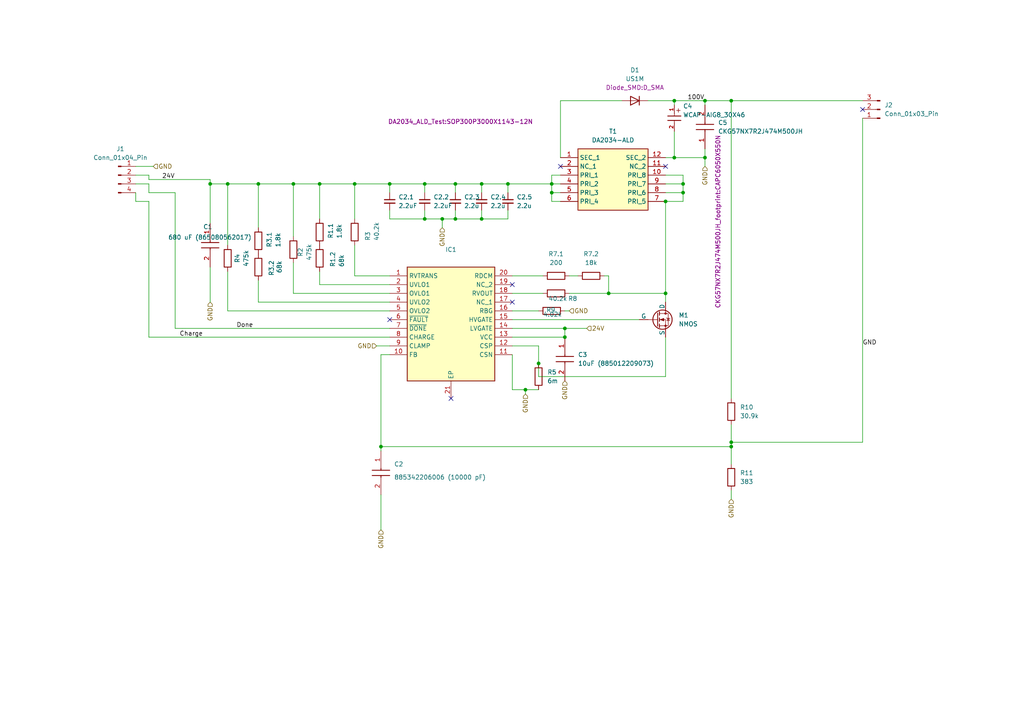
<source format=kicad_sch>
(kicad_sch (version 20231120) (generator "eeschema") (generator_version "8.0")
  (paper "A4")
  (lib_symbols
    (symbol "861011485017:WCAP-AIG8_30X46" (pin_names (offset 1.016))
      (property "Reference" "C" (at 1.175 3.38 0))
      (property "Value" "WCAP-AIG8_30X46" (at 0.915 -5.075 0))
      (symbol "WCAP-AIG8_30X46_0_0"
        (polyline (pts (xy 0 0) (xy 0.6426 0)) (stroke (width 0.1524)))
        (polyline (pts (xy 0.635 -1.905) (xy 0.635 1.905)) (stroke (width 0.254)))
        (polyline (pts (xy 1.905 1.905) (xy 1.905 -1.905)) (stroke (width 0.254)))
        (polyline (pts (xy 1.9279 0) (xy 2.5705 0)) (stroke (width 0.1524)))
        (text "+" (at 2.54 -1.905 0) (effects (font (size 1.4224 1.4224)) (justify left bottom)))
        (pin passive line (at 5.08 0 180) (length 2.54) (name "~") (number "1"))
        (pin passive line (at -2.54 0 0) (length 2.54) (name "~") (number "2"))
      )
    )
    (symbol "865080562017:865080562017" (pin_names hide)
      (property "Reference" "C" (at 8.89 6.35 0))
      (property "Value" "865080562017" (at 8.89 3.81 0))
      (symbol "865080562017_1_1"
        (polyline (pts (xy 5.08 0) (xy 5.588 0)) (stroke (width 0.254)))
        (polyline (pts (xy 5.588 2.54) (xy 5.588 -2.54)) (stroke (width 0.254)))
        (polyline (pts (xy 7.112 0) (xy 7.62 0)) (stroke (width 0.254)))
        (polyline (pts (xy 7.112 2.54) (xy 7.112 -2.54)) (stroke (width 0.254)))
        (pin passive line (at 0 0 0) (length 5.08) (name "+") (number "1"))
        (pin passive line (at 12.7 0 180) (length 5.08) (name "-") (number "2"))
      )
    )
    (symbol "885012209073:885012209073" (pin_names hide)
      (property "Reference" "C" (at 8.89 6.35 0))
      (property "Value" "885012209073" (at 8.89 3.81 0))
      (symbol "885012209073_1_1"
        (polyline (pts (xy 5.08 0) (xy 5.588 0)) (stroke (width 0.254)))
        (polyline (pts (xy 5.588 2.54) (xy 5.588 -2.54)) (stroke (width 0.254)))
        (polyline (pts (xy 7.112 0) (xy 7.62 0)) (stroke (width 0.254)))
        (polyline (pts (xy 7.112 2.54) (xy 7.112 -2.54)) (stroke (width 0.254)))
        (pin passive line (at 0 0 0) (length 5.08) (name "1") (number "1"))
        (pin passive line (at 12.7 0 180) (length 5.08) (name "2") (number "2"))
      )
    )
    (symbol "885342206006:885342206006" (pin_names hide)
      (property "Reference" "C" (at 8.89 6.35 0))
      (property "Value" "885342206006" (at 8.89 3.81 0))
      (symbol "885342206006_1_1"
        (polyline (pts (xy 5.08 0) (xy 5.588 0)) (stroke (width 0.254)))
        (polyline (pts (xy 5.588 2.54) (xy 5.588 -2.54)) (stroke (width 0.254)))
        (polyline (pts (xy 7.112 0) (xy 7.62 0)) (stroke (width 0.254)))
        (polyline (pts (xy 7.112 2.54) (xy 7.112 -2.54)) (stroke (width 0.254)))
        (pin passive line (at 0 0 0) (length 5.08) (name "1") (number "1"))
        (pin passive line (at 12.7 0 180) (length 5.08) (name "2") (number "2"))
      )
    )
    (symbol "CKG57NX7R2J474M500JH_1" (pin_names hide)
      (property "Reference" "C" (at 8.89 6.35 0))
      (property "Value" "CKG57NX7R2J474M500JH" (at 8.89 3.81 0))
      (symbol "CKG57NX7R2J474M500JH_1_1_1"
        (polyline (pts (xy 5.08 0) (xy 5.588 0)) (stroke (width 0.254)))
        (polyline (pts (xy 5.588 2.54) (xy 5.588 -2.54)) (stroke (width 0.254)))
        (polyline (pts (xy 7.112 0) (xy 7.62 0)) (stroke (width 0.254)))
        (polyline (pts (xy 7.112 2.54) (xy 7.112 -2.54)) (stroke (width 0.254)))
        (pin passive line (at 0 0 0) (length 5.08) (name "1") (number "1"))
        (pin passive line (at 12.7 0 180) (length 5.08) (name "2") (number "2"))
      )
    )
    (symbol "Connector:Conn_01x03_Pin" (pin_names (offset 1.016) hide)
      (property "Reference" "J" (at 0 5.08 0))
      (property "Value" "Conn_01x03_Pin" (at 0 -5.08 0))
      (symbol "Conn_01x03_Pin_1_1"
        (polyline (pts (xy 1.27 -2.54) (xy 0.8636 -2.54)) (stroke (width 0.1524)))
        (polyline (pts (xy 1.27 0) (xy 0.8636 0)) (stroke (width 0.1524)))
        (polyline (pts (xy 1.27 2.54) (xy 0.8636 2.54)) (stroke (width 0.1524)))
        (rectangle (start 0.8636 -2.413) (end 0 -2.667) (stroke (width 0.1524)) (fill (type outline)))
        (rectangle (start 0.8636 0.127) (end 0 -0.127) (stroke (width 0.1524)) (fill (type outline)))
        (rectangle (start 0.8636 2.667) (end 0 2.413) (stroke (width 0.1524)) (fill (type outline)))
        (pin passive line (at 5.08 2.54 180) (length 3.81) (name "Pin_1") (number "1"))
        (pin passive line (at 5.08 0 180) (length 3.81) (name "Pin_2") (number "2"))
        (pin passive line (at 5.08 -2.54 180) (length 3.81) (name "Pin_3") (number "3"))
      )
    )
    (symbol "Connector:Conn_01x04_Pin" (pin_names (offset 1.016) hide)
      (property "Reference" "J" (at 0 5.08 0))
      (property "Value" "Conn_01x04_Pin" (at 0 -7.62 0))
      (symbol "Conn_01x04_Pin_1_1"
        (polyline (pts (xy 1.27 -5.08) (xy 0.8636 -5.08)) (stroke (width 0.1524)))
        (polyline (pts (xy 1.27 -2.54) (xy 0.8636 -2.54)) (stroke (width 0.1524)))
        (polyline (pts (xy 1.27 0) (xy 0.8636 0)) (stroke (width 0.1524)))
        (polyline (pts (xy 1.27 2.54) (xy 0.8636 2.54)) (stroke (width 0.1524)))
        (rectangle (start 0.8636 -4.953) (end 0 -5.207) (stroke (width 0.1524)) (fill (type outline)))
        (rectangle (start 0.8636 -2.413) (end 0 -2.667) (stroke (width 0.1524)) (fill (type outline)))
        (rectangle (start 0.8636 0.127) (end 0 -0.127) (stroke (width 0.1524)) (fill (type outline)))
        (rectangle (start 0.8636 2.667) (end 0 2.413) (stroke (width 0.1524)) (fill (type outline)))
        (pin passive line (at 5.08 2.54 180) (length 3.81) (name "Pin_1") (number "1"))
        (pin passive line (at 5.08 0 180) (length 3.81) (name "Pin_2") (number "2"))
        (pin passive line (at 5.08 -2.54 180) (length 3.81) (name "Pin_3") (number "3"))
        (pin passive line (at 5.08 -5.08 180) (length 3.81) (name "Pin_4") (number "4"))
      )
    )
    (symbol "DA2034-ALD:DA2034-ALD"
      (property "Reference" "T" (at 26.67 7.62 0))
      (property "Value" "DA2034-ALD" (at 26.67 5.08 0))
      (symbol "DA2034-ALD_1_1"
        (rectangle (start 5.08 2.54) (end 25.4 -15.24) (stroke (width 0.254)) (fill (type background)))
        (pin passive line (at 0 0 0) (length 5.08) (name "SEC_1") (number "1"))
        (pin passive line (at 30.48 -5.08 180) (length 5.08) (name "PRI_8") (number "10"))
        (pin passive line (at 30.48 -2.54 180) (length 5.08) (name "NC_2") (number "11"))
        (pin passive line (at 30.48 0 180) (length 5.08) (name "SEC_2") (number "12"))
        (pin passive line (at 0 -2.54 0) (length 5.08) (name "NC_1") (number "2"))
        (pin passive line (at 0 -5.08 0) (length 5.08) (name "PRI_1") (number "3"))
        (pin passive line (at 0 -7.62 0) (length 5.08) (name "PRI_2") (number "4"))
        (pin passive line (at 0 -10.16 0) (length 5.08) (name "PRI_3") (number "5"))
        (pin passive line (at 0 -12.7 0) (length 5.08) (name "PRI_4") (number "6"))
        (pin passive line (at 30.48 -12.7 180) (length 5.08) (name "PRI_5") (number "7"))
        (pin passive line (at 30.48 -10.16 180) (length 5.08) (name "PRI_6") (number "8"))
        (pin passive line (at 30.48 -7.62 180) (length 5.08) (name "PRI_7") (number "9"))
      )
    )
    (symbol "Device:C_Small" (pin_numbers hide) (pin_names (offset 0.254) hide)
      (property "Reference" "C" (at 0.254 1.778 0))
      (property "Value" "C_Small" (at 0.254 -2.032 0))
      (symbol "C_Small_0_1"
        (polyline (pts (xy -1.524 -0.508) (xy 1.524 -0.508)) (stroke (width 0.3302)))
        (polyline (pts (xy -1.524 0.508) (xy 1.524 0.508)) (stroke (width 0.3048)))
      )
      (symbol "C_Small_1_1"
        (pin passive line (at 0 2.54 270) (length 2.032) (name "~") (number "1"))
        (pin passive line (at 0 -2.54 90) (length 2.032) (name "~") (number "2"))
      )
    )
    (symbol "Device:R" (pin_numbers hide) (pin_names (offset 0))
      (property "Reference" "R" (at 2.032 0 90))
      (property "Value" "R" (at 0 0 90))
      (symbol "R_0_1"
        (rectangle (start -1.016 -2.54) (end 1.016 2.54) (stroke (width 0.254)))
      )
      (symbol "R_1_1"
        (pin passive line (at 0 3.81 270) (length 1.27) (name "~") (number "1"))
        (pin passive line (at 0 -3.81 90) (length 1.27) (name "~") (number "2"))
      )
    )
    (symbol "Diode:1N4148WT" (pin_numbers hide) (pin_names hide)
      (property "Reference" "D" (at 0 2.54 0))
      (property "Value" "1N4148WT" (at 0 -2.54 0))
      (symbol "1N4148WT_0_1"
        (polyline (pts (xy -1.27 1.27) (xy -1.27 -1.27)) (stroke (width 0.254)))
        (polyline (pts (xy 1.27 0) (xy -1.27 0)))
        (polyline (pts (xy 1.27 1.27) (xy 1.27 -1.27) (xy -1.27 0) (xy 1.27 1.27)) (stroke (width 0.254)))
      )
      (symbol "1N4148WT_1_1"
        (pin passive line (at -3.81 0 0) (length 2.54) (name "K") (number "1"))
        (pin passive line (at 3.81 0 180) (length 2.54) (name "A") (number "2"))
      )
    )
    (symbol "LT3751IFE#PBF:LT3751IFE#PBF"
      (property "Reference" "IC" (at 31.75 7.62 0))
      (property "Value" "LT3751IFE#PBF" (at 31.75 5.08 0))
      (symbol "LT3751IFE#PBF_1_1"
        (rectangle (start 5.08 2.54) (end 30.48 -30.48) (stroke (width 0.254)) (fill (type background)))
        (pin passive line (at 0 0 0) (length 5.08) (name "RVTRANS") (number "1"))
        (pin passive line (at 0 -22.86 0) (length 5.08) (name "FB") (number "10"))
        (pin passive line (at 35.56 -22.86 180) (length 5.08) (name "CSN") (number "11"))
        (pin passive line (at 35.56 -20.32 180) (length 5.08) (name "CSP") (number "12"))
        (pin passive line (at 35.56 -17.78 180) (length 5.08) (name "VCC") (number "13"))
        (pin passive line (at 35.56 -15.24 180) (length 5.08) (name "LVGATE") (number "14"))
        (pin passive line (at 35.56 -12.7 180) (length 5.08) (name "HVGATE") (number "15"))
        (pin passive line (at 35.56 -10.16 180) (length 5.08) (name "RBG") (number "16"))
        (pin passive line (at 35.56 -7.62 180) (length 5.08) (name "NC_1") (number "17"))
        (pin passive line (at 35.56 -5.08 180) (length 5.08) (name "RVOUT") (number "18"))
        (pin passive line (at 35.56 -2.54 180) (length 5.08) (name "NC_2") (number "19"))
        (pin passive line (at 0 -2.54 0) (length 5.08) (name "UVLO1") (number "2"))
        (pin passive line (at 35.56 0 180) (length 5.08) (name "RDCM") (number "20"))
        (pin passive line (at 17.78 -35.56 90) (length 5.08) (name "EP") (number "21"))
        (pin passive line (at 0 -5.08 0) (length 5.08) (name "OVLO1") (number "3"))
        (pin passive line (at 0 -7.62 0) (length 5.08) (name "UVLO2") (number "4"))
        (pin passive line (at 0 -10.16 0) (length 5.08) (name "OVLO2") (number "5"))
        (pin passive line (at 0 -12.7 0) (length 5.08) (name "~{FAULT}") (number "6"))
        (pin passive line (at 0 -15.24 0) (length 5.08) (name "~{DONE}") (number "7"))
        (pin passive line (at 0 -17.78 0) (length 5.08) (name "CHARGE") (number "8"))
        (pin passive line (at 0 -20.32 0) (length 5.08) (name "CLAMP") (number "9"))
      )
    )
    (symbol "Simulation_SPICE:NMOS" (pin_numbers hide) (pin_names (offset 0))
      (property "Reference" "Q" (at 5.08 1.27 0))
      (property "Value" "NMOS" (at 5.08 -1.27 0))
      (symbol "NMOS_0_1"
        (polyline (pts (xy 0.254 0) (xy -2.54 0)))
        (polyline (pts (xy 0.254 1.905) (xy 0.254 -1.905)) (stroke (width 0.254)))
        (polyline (pts (xy 0.762 -1.27) (xy 0.762 -2.286)) (stroke (width 0.254)))
        (polyline (pts (xy 0.762 0.508) (xy 0.762 -0.508)) (stroke (width 0.254)))
        (polyline (pts (xy 0.762 2.286) (xy 0.762 1.27)) (stroke (width 0.254)))
        (polyline (pts (xy 2.54 2.54) (xy 2.54 1.778)))
        (polyline (pts (xy 2.54 -2.54) (xy 2.54 0) (xy 0.762 0)))
        (polyline (pts (xy 0.762 -1.778) (xy 3.302 -1.778) (xy 3.302 1.778) (xy 0.762 1.778)))
        (polyline (pts (xy 1.016 0) (xy 2.032 0.381) (xy 2.032 -0.381) (xy 1.016 0)) (fill (type outline)))
        (polyline (pts (xy 2.794 0.508) (xy 2.921 0.381) (xy 3.683 0.381) (xy 3.81 0.254)))
        (polyline (pts (xy 3.302 0.381) (xy 2.921 -0.254) (xy 3.683 -0.254) (xy 3.302 0.381)))
        (circle (center 1.651 0) (radius 2.794) (stroke (width 0.254)))
        (circle (center 2.54 -1.778) (radius 0.254) (fill (type outline)))
        (circle (center 2.54 1.778) (radius 0.254) (fill (type outline)))
      )
      (symbol "NMOS_1_1"
        (pin passive line (at 2.54 5.08 270) (length 2.54) (name "D") (number "1"))
        (pin input line (at -5.08 0 0) (length 2.54) (name "G") (number "2"))
        (pin passive line (at 2.54 -5.08 90) (length 2.54) (name "S") (number "3"))
      )
    )
  )
  (junction (at 193.04 85.09))
  (junction (at 204.47 45.72))
  (junction (at 156.21 105.41))
  (junction (at 147.32 53.34))
  (junction (at 198.12 53.34))
  (junction (at 66.04 53.34))
  (junction (at 204.47 29.21))
  (junction (at 176.53 85.09))
  (junction (at 132.08 53.34))
  (junction (at 193.04 58.42))
  (junction (at 132.08 63.5))
  (junction (at 212.09 29.21))
  (junction (at 113.03 53.34))
  (junction (at 139.7 63.5))
  (junction (at 110.49 129.54))
  (junction (at 195.58 45.72))
  (junction (at 163.83 97.79))
  (junction (at 102.87 53.34))
  (junction (at 160.02 53.34))
  (junction (at 123.19 53.34))
  (junction (at 60.96 53.34))
  (junction (at 152.4 113.03))
  (junction (at 160.02 55.88))
  (junction (at 198.12 55.88))
  (junction (at 128.27 63.5))
  (junction (at 163.83 95.25))
  (junction (at 123.19 63.5))
  (junction (at 139.7 53.34))
  (junction (at 195.58 29.21))
  (junction (at 212.09 128.27))
  (junction (at 212.09 129.54))
  (junction (at 92.71 53.34))
  (junction (at 85.09 53.34))
  (junction (at 74.93 53.34))
  (no_connect (at 162.56 48.26))
  (no_connect (at 193.04 48.26))
  (no_connect (at 130.81 115.57))
  (no_connect (at 148.59 82.55))
  (no_connect (at 113.03 92.71))
  (no_connect (at 250.19 31.75))
  (no_connect (at 148.59 87.63))
  (wire (pts (xy 92.71 53.34) (xy 102.87 53.34)))
  (wire (pts (xy 85.09 76.2) (xy 85.09 85.09)))
  (wire (pts (xy 66.04 53.34) (xy 66.04 71.12)))
  (wire (pts (xy 162.56 29.21) (xy 162.56 45.72)))
  (wire (pts (xy 148.59 102.87) (xy 148.59 113.03)))
  (wire (pts (xy 113.03 53.34) (xy 123.19 53.34)))
  (wire (pts (xy 110.49 129.54) (xy 110.49 130.81)))
  (wire (pts (xy 160.02 58.42) (xy 162.56 58.42)))
  (wire (pts (xy 66.04 90.17) (xy 113.03 90.17)))
  (wire (pts (xy 212.09 142.24) (xy 212.09 144.78)))
  (wire (pts (xy 60.96 53.34) (xy 60.96 64.77)))
  (wire (pts (xy 110.49 102.87) (xy 113.03 102.87)))
  (wire (pts (xy 139.7 60.96) (xy 139.7 63.5)))
  (wire (pts (xy 102.87 80.01) (xy 113.03 80.01)))
  (wire (pts (xy 250.19 34.29) (xy 250.19 128.27)))
  (wire (pts (xy 147.32 53.34) (xy 160.02 53.34)))
  (wire (pts (xy 193.04 55.88) (xy 198.12 55.88)))
  (wire (pts (xy 123.19 53.34) (xy 132.08 53.34)))
  (wire (pts (xy 139.7 53.34) (xy 139.7 55.88)))
  (wire (pts (xy 198.12 55.88) (xy 198.12 53.34)))
  (wire (pts (xy 198.12 50.8) (xy 198.12 53.34)))
  (wire (pts (xy 43.18 52.07) (xy 60.96 52.07)))
  (wire (pts (xy 162.56 50.8) (xy 160.02 50.8)))
  (wire (pts (xy 163.83 95.25) (xy 170.18 95.25)))
  (wire (pts (xy 50.8 55.88) (xy 50.8 95.25)))
  (wire (pts (xy 204.47 30.48) (xy 204.47 29.21)))
  (wire (pts (xy 148.59 92.71) (xy 185.42 92.71)))
  (wire (pts (xy 212.09 29.21) (xy 212.09 115.57)))
  (wire (pts (xy 147.32 63.5) (xy 147.32 60.96)))
  (wire (pts (xy 204.47 45.72) (xy 204.47 48.26)))
  (wire (pts (xy 132.08 53.34) (xy 132.08 55.88)))
  (wire (pts (xy 113.03 63.5) (xy 123.19 63.5)))
  (wire (pts (xy 92.71 53.34) (xy 92.71 63.5)))
  (wire (pts (xy 92.71 82.55) (xy 113.03 82.55)))
  (wire (pts (xy 195.58 29.21) (xy 195.58 30.48)))
  (wire (pts (xy 156.21 100.33) (xy 156.21 105.41)))
  (wire (pts (xy 66.04 78.74) (xy 66.04 90.17)))
  (wire (pts (xy 160.02 55.88) (xy 160.02 58.42)))
  (wire (pts (xy 128.27 63.5) (xy 132.08 63.5)))
  (wire (pts (xy 152.4 113.03) (xy 152.4 114.3)))
  (wire (pts (xy 193.04 85.09) (xy 193.04 87.63)))
  (wire (pts (xy 110.49 143.51) (xy 110.49 153.67)))
  (wire (pts (xy 156.21 100.33) (xy 148.59 100.33)))
  (wire (pts (xy 152.4 113.03) (xy 156.21 113.03)))
  (wire (pts (xy 193.04 109.22) (xy 193.04 97.79)))
  (wire (pts (xy 212.09 128.27) (xy 212.09 129.54)))
  (wire (pts (xy 212.09 129.54) (xy 212.09 134.62)))
  (wire (pts (xy 102.87 71.12) (xy 102.87 80.01)))
  (wire (pts (xy 160.02 55.88) (xy 160.02 53.34)))
  (wire (pts (xy 66.04 53.34) (xy 74.93 53.34)))
  (wire (pts (xy 165.1 90.17) (xy 163.83 90.17)))
  (wire (pts (xy 193.04 58.42) (xy 198.12 58.42)))
  (wire (pts (xy 163.83 95.25) (xy 163.83 97.79)))
  (wire (pts (xy 85.09 53.34) (xy 85.09 68.58)))
  (wire (pts (xy 162.56 53.34) (xy 160.02 53.34)))
  (wire (pts (xy 132.08 53.34) (xy 139.7 53.34)))
  (wire (pts (xy 43.18 97.79) (xy 43.18 58.42)))
  (wire (pts (xy 123.19 63.5) (xy 128.27 63.5)))
  (wire (pts (xy 176.53 85.09) (xy 193.04 85.09)))
  (wire (pts (xy 123.19 60.96) (xy 123.19 63.5)))
  (wire (pts (xy 132.08 60.96) (xy 132.08 63.5)))
  (wire (pts (xy 148.59 97.79) (xy 163.83 97.79)))
  (wire (pts (xy 50.8 95.25) (xy 113.03 95.25)))
  (wire (pts (xy 212.09 128.27) (xy 250.19 128.27)))
  (wire (pts (xy 39.37 48.26) (xy 44.45 48.26)))
  (wire (pts (xy 74.93 87.63) (xy 113.03 87.63)))
  (wire (pts (xy 198.12 58.42) (xy 198.12 55.88)))
  (wire (pts (xy 148.59 80.01) (xy 157.48 80.01)))
  (wire (pts (xy 156.21 109.22) (xy 193.04 109.22)))
  (wire (pts (xy 195.58 29.21) (xy 204.47 29.21)))
  (wire (pts (xy 43.18 50.8) (xy 43.18 52.07)))
  (wire (pts (xy 148.59 90.17) (xy 156.21 90.17)))
  (wire (pts (xy 43.18 58.42) (xy 39.37 58.42)))
  (wire (pts (xy 74.93 53.34) (xy 74.93 66.04)))
  (wire (pts (xy 148.59 95.25) (xy 163.83 95.25)))
  (wire (pts (xy 176.53 80.01) (xy 175.26 80.01)))
  (wire (pts (xy 60.96 77.47) (xy 60.96 87.63)))
  (wire (pts (xy 165.1 85.09) (xy 176.53 85.09)))
  (wire (pts (xy 139.7 53.34) (xy 147.32 53.34)))
  (wire (pts (xy 132.08 63.5) (xy 139.7 63.5)))
  (wire (pts (xy 139.7 63.5) (xy 147.32 63.5)))
  (wire (pts (xy 85.09 85.09) (xy 113.03 85.09)))
  (wire (pts (xy 39.37 58.42) (xy 39.37 55.88)))
  (wire (pts (xy 102.87 53.34) (xy 113.03 53.34)))
  (wire (pts (xy 195.58 45.72) (xy 204.47 45.72)))
  (wire (pts (xy 74.93 87.63) (xy 74.93 81.28)))
  (wire (pts (xy 60.96 52.07) (xy 60.96 53.34)))
  (wire (pts (xy 162.56 55.88) (xy 160.02 55.88)))
  (wire (pts (xy 110.49 129.54) (xy 212.09 129.54)))
  (wire (pts (xy 212.09 123.19) (xy 212.09 128.27)))
  (wire (pts (xy 187.96 29.21) (xy 195.58 29.21)))
  (wire (pts (xy 204.47 45.72) (xy 204.47 43.18)))
  (wire (pts (xy 43.18 55.88) (xy 43.18 53.34)))
  (wire (pts (xy 165.1 80.01) (xy 167.64 80.01)))
  (wire (pts (xy 113.03 60.96) (xy 113.03 63.5)))
  (wire (pts (xy 156.21 109.22) (xy 156.21 105.41)))
  (wire (pts (xy 193.04 58.42) (xy 193.04 85.09)))
  (wire (pts (xy 43.18 97.79) (xy 113.03 97.79)))
  (wire (pts (xy 92.71 78.74) (xy 92.71 82.55)))
  (wire (pts (xy 39.37 50.8) (xy 43.18 50.8)))
  (wire (pts (xy 123.19 53.34) (xy 123.19 55.88)))
  (wire (pts (xy 204.47 29.21) (xy 212.09 29.21)))
  (wire (pts (xy 198.12 53.34) (xy 193.04 53.34)))
  (wire (pts (xy 50.8 55.88) (xy 43.18 55.88)))
  (wire (pts (xy 109.22 100.33) (xy 113.03 100.33)))
  (wire (pts (xy 176.53 85.09) (xy 176.53 80.01)))
  (wire (pts (xy 39.37 53.34) (xy 43.18 53.34)))
  (wire (pts (xy 195.58 38.1) (xy 195.58 45.72)))
  (wire (pts (xy 128.27 66.04) (xy 128.27 63.5)))
  (wire (pts (xy 74.93 53.34) (xy 85.09 53.34)))
  (wire (pts (xy 85.09 53.34) (xy 92.71 53.34)))
  (wire (pts (xy 148.59 113.03) (xy 152.4 113.03)))
  (wire (pts (xy 60.96 53.34) (xy 66.04 53.34)))
  (wire (pts (xy 250.19 29.21) (xy 212.09 29.21)))
  (wire (pts (xy 102.87 53.34) (xy 102.87 63.5)))
  (wire (pts (xy 160.02 53.34) (xy 160.02 50.8)))
  (wire (pts (xy 110.49 102.87) (xy 110.49 129.54)))
  (wire (pts (xy 193.04 45.72) (xy 195.58 45.72)))
  (wire (pts (xy 193.04 50.8) (xy 198.12 50.8)))
  (wire (pts (xy 147.32 53.34) (xy 147.32 55.88)))
  (wire (pts (xy 113.03 53.34) (xy 113.03 55.88)))
  (wire (pts (xy 162.56 29.21) (xy 180.34 29.21)))
  (wire (pts (xy 148.59 85.09) (xy 157.48 85.09)))
  (label "GND" (at 250.19 100.33 0))
  (label "Done" (at 68.58 95.25 0))
  (label "Charge" (at 52.07 97.79 0))
  (label "100V" (at 199.39 29.21 0))
  (label "24V" (at 46.99 52.07 0))
  (hierarchical_label "GND" (shape input) (at 60.96 87.63 270))
  (hierarchical_label "GND" (shape input) (at 110.49 153.67 270))
  (hierarchical_label "GND" (shape input) (at 204.47 48.26 270))
  (hierarchical_label "GND" (shape input) (at 212.09 144.78 270))
  (hierarchical_label "GND" (shape input) (at 163.83 110.49 270))
  (hierarchical_label "GND" (shape input) (at 165.1 90.17 0))
  (hierarchical_label "24V" (shape input) (at 170.18 95.25 0))
  (hierarchical_label "GND" (shape input) (at 109.22 100.33 180))
  (hierarchical_label "GND" (shape input) (at 152.4 114.3 270))
  (hierarchical_label "GND" (shape input) (at 44.45 48.26 0))
  (hierarchical_label "GND" (shape input) (at 128.27 66.04 270))
  (symbol (lib_name "CKG57NX7R2J474M500JH_1") (lib_id "CKG57NX7R2J474M500JH:CKG57NX7R2J474M500JH") (at 204.47 43.18 90) (unit 1)
    (property "Reference" "C5" (at 208.28 35.5599 90) (effects (justify right)))
    (property "Value" "CKG57NX7R2J474M500JH" (at 208.28 38.0999 90) (effects (justify right)))
    (property "Footprint" "CKG57NX7R2J474M500JH_footprint:CAPC6050X550N" (at 207.518 89.408 0) (effects (justify left top)))
    (property "Datasheet" "https://product.tdk.com/system/files/dam/doc/product/capacitor/ceramic/mlcc/catalog/mlcc_commercial_megacap_en.pdf" (effects (hide yes)))
    (property "Description" "Multilayer Ceramic Chip Capacitors, Capacitance=0.47uF, LxWxT:6x5x5mm" (effects (hide yes)))
    (property "Height" "5.5" (effects (hide yes)))
    (property "Manufacturer_Name" "TDK" (effects (hide yes)))
    (property "Manufacturer_Part_Number" "CKG57NX7R2J474M500JH" (effects (hide yes)))
    (property "Arrow Part Number" "CKG57NX7R2J474M500JH" (effects (hide yes)))
    (property "Arrow Price/Stock" "https://www.arrow.com/en/products/ckg57nx7r2j474m500jh/tdk?region=nac" (effects (hide yes)))
  )
  (symbol (lib_id "Device:R") (at 74.93 77.47 180) (unit 1)
    (property "Reference" "R3.2" (at 78.7399 80.01 90) (effects (justify right)))
    (property "Value" "68k" (at 81.026 79.248 90) (effects (justify right)))
    (property "Footprint" "Resistor_SMD:R_1206_3216Metric" (effects (hide yes)))
    (property "Description" "Resistor" (effects (hide yes)))
  )
  (symbol (lib_id "Device:R") (at 66.04 74.93 180) (unit 1)
    (property "Reference" "R4" (at 68.834 74.93 90))
    (property "Value" "475k" (at 71.374 74.93 90))
    (property "Footprint" "Resistor_SMD:R_0603_1608Metric" (effects (hide yes)))
    (property "Description" "Resistor" (effects (hide yes)))
  )
  (symbol (lib_id "Device:R") (at 92.71 74.93 180) (unit 1)
    (property "Reference" "R1.2" (at 96.5199 77.47 90) (effects (justify right)))
    (property "Value" "68k" (at 99.0599 77.47 90) (effects (justify right)))
    (property "Footprint" "Resistor_SMD:R_1206_3216Metric" (effects (hide yes)))
    (property "Description" "Resistor" (effects (hide yes)))
  )
  (symbol (lib_id "885342206006:885342206006") (at 110.49 130.81 270) (unit 1)
    (property "Reference" "C2" (at 114.3 134.6199 90) (effects (justify left)))
    (property "Value" "885342206006 (10000 pF)" (at 114.3 138.4299 90) (effects (justify left)))
    (property "Footprint" "885342206006:CAPC1608X87N" (effects (hide yes)))
    (property "Datasheet" "https://katalog.we-online.com/pbs/datasheet/885342206006.pdf" (effects (hide yes)))
    (property "Description" "Multilayer Ceramic Chip Capacitor WCAP-CSMH Series 0603 10000pF X7R0603103K250DFCT10000" (effects (hide yes)))
    (property "Height" "0.87" (effects (hide yes)))
    (property "Mouser Part Number" "710-885342206006" (effects (hide yes)))
    (property "Mouser Price/Stock" "https://www.mouser.co.uk/ProductDetail/Wurth-Elektronik/885342206006?qs=MLItCLRbWswnzjGuf7w1%252BQ%3D%3D" (effects (hide yes)))
    (property "Manufacturer_Name" "Wurth Elektronik" (effects (hide yes)))
    (property "Manufacturer_Part_Number" "885342206006" (effects (hide yes)))
  )
  (symbol (lib_id "861011485017:WCAP-AIG8_30X46") (at 195.58 35.56 90) (unit 1)
    (property "Reference" "C4" (at 198.12 30.783 90) (effects (justify right)))
    (property "Value" "WCAP-AIG8_30X46" (at 198.12 33.323 90) (effects (justify right)))
    (property "Footprint" "861011485017_footprint:WCAP-AIG8_30X46_DXL_" (effects (hide yes)))
  )
  (symbol (lib_id "Connector:Conn_01x03_Pin") (at 255.27 31.75 180) (unit 1)
    (property "Reference" "J2" (at 256.54 30.4799 0) (effects (justify right)))
    (property "Value" "Conn_01x03_Pin" (at 256.54 33.0199 0) (effects (justify right)))
    (property "Footprint" "Connector_PinHeader_2.54mm:PinHeader_1x03_P2.54mm_Vertical" (effects (hide yes)))
    (property "Description" "Generic connector, single row, 01x03, script generated" (effects (hide yes)))
  )
  (symbol (lib_id "Device:C_Small") (at 147.32 58.42 0) (unit 1)
    (property "Reference" "C2.5" (at 149.86 57.1562 0) (effects (justify left)))
    (property "Value" "2.2u" (at 149.86 59.6962 0) (effects (justify left)))
    (property "Footprint" "Capacitor_SMD:C_1210_3225Metric" (effects (hide yes)))
    (property "Description" "Unpolarized capacitor, small symbol" (effects (hide yes)))
  )
  (symbol (lib_id "DA2034-ALD:DA2034-ALD") (at 162.56 45.72 0) (unit 1)
    (property "Reference" "T1" (at 177.8 38.1 0))
    (property "Value" "DA2034-ALD" (at 177.8 40.64 0))
    (property "Footprint" "DA2034_ALD_Test:SOP300P3000X1143-12N" (at 112.522 34.544 0) (effects (justify left top)))
    (property "Datasheet" "https://www.coilcraft.com/pdfs/da2032.pdf" (effects (hide yes)))
    (property "Description" "Audio Transformers / Signal Transformers DA2032 Cap Chrgr For Linear LT3750/51" (effects (hide yes)))
    (property "Height" "11.43" (effects (hide yes)))
    (property "Mouser Part Number" "994-DA2034-ALD" (effects (hide yes)))
    (property "Mouser Price/Stock" "https://www.mouser.co.uk/ProductDetail/Coilcraft/DA2034-ALD?qs=ZYnrCdKdyedtN304hL7iMg%3D%3D" (effects (hide yes)))
    (property "Manufacturer_Name" "COILCRAFT" (effects (hide yes)))
    (property "Manufacturer_Part_Number" "DA2034-ALD" (effects (hide yes)))
  )
  (symbol (lib_id "Device:C_Small") (at 132.08 58.42 0) (unit 1)
    (property "Reference" "C2.3" (at 134.62 57.1562 0) (effects (justify left)))
    (property "Value" "2.2u" (at 134.62 59.6962 0) (effects (justify left)))
    (property "Footprint" "Capacitor_SMD:C_1210_3225Metric" (effects (hide yes)))
    (property "Description" "Unpolarized capacitor, small symbol" (effects (hide yes)))
  )
  (symbol (lib_id "Device:R") (at 161.29 85.09 90) (unit 1)
    (property "Reference" "R8" (at 166.116 86.614 90))
    (property "Value" "40.2k" (at 161.798 86.614 90))
    (property "Footprint" "Resistor_SMD:R_0603_1608Metric" (effects (hide yes)))
    (property "Description" "Resistor" (effects (hide yes)))
  )
  (symbol (lib_id "Device:R") (at 85.09 72.39 180) (unit 1)
    (property "Reference" "R2" (at 87.122 73.152 90))
    (property "Value" "475k" (at 89.662 73.152 90))
    (property "Footprint" "Resistor_SMD:R_0603_1608Metric" (effects (hide yes)))
    (property "Description" "Resistor" (effects (hide yes)))
  )
  (symbol (lib_id "Device:R") (at 161.29 80.01 90) (unit 1)
    (property "Reference" "R7.1" (at 161.29 73.66 90))
    (property "Value" "200" (at 161.29 76.2 90))
    (property "Footprint" "Resistor_SMD:R_0805_2012Metric" (effects (hide yes)))
    (property "Description" "Resistor" (effects (hide yes)))
  )
  (symbol (lib_id "Device:C_Small") (at 139.7 58.42 0) (unit 1)
    (property "Reference" "C2.4" (at 142.24 57.1562 0) (effects (justify left)))
    (property "Value" "2.2u" (at 142.24 59.6962 0) (effects (justify left)))
    (property "Footprint" "Capacitor_SMD:C_1210_3225Metric" (effects (hide yes)))
    (property "Description" "Unpolarized capacitor, small symbol" (effects (hide yes)))
  )
  (symbol (lib_id "Connector:Conn_01x04_Pin") (at 34.29 50.8 0) (unit 1)
    (property "Reference" "J1" (at 34.925 43.18 0))
    (property "Value" "Conn_01x04_Pin" (at 34.925 45.72 0))
    (property "Footprint" "Connector_PinHeader_2.54mm:PinHeader_1x04_P2.54mm_Vertical" (effects (hide yes)))
    (property "Description" "Generic connector, single row, 01x04, script generated" (effects (hide yes)))
  )
  (symbol (lib_id "865080562017:865080562017") (at 60.96 64.77 270) (unit 1)
    (property "Reference" "C1" (at 58.928 65.786 90) (effects (justify left)))
    (property "Value" "680 uF (865080562017)" (at 48.768 68.834 90) (effects (justify left)))
    (property "Footprint" "865080562017_Elektrolytic_C:CAPAE1350X1400N" (effects (hide yes)))
    (property "Datasheet" "https://www.we-online.com/catalog/datasheet/865080562017.pdf" (effects (hide yes)))
    (property "Description" "Wurth Elektronik 680uF 35 V dc Aluminium Electrolytic Capacitor, WCAP-ASLI Series 2000h 12.5 (Dia.) x 13.85mm" (effects (hide yes)))
    (property "Height" "14" (effects (hide yes)))
    (property "Mouser Part Number" "710-865080562017" (effects (hide yes)))
    (property "Mouser Price/Stock" "https://www.mouser.co.uk/ProductDetail/Wurth-Elektronik/865080562017?qs=0KOYDY2FL2%2FgZmq%2FuzCYbQ%3D%3D" (effects (hide yes)))
    (property "Manufacturer_Name" "Wurth Elektronik" (effects (hide yes)))
    (property "Manufacturer_Part_Number" "865080562017" (effects (hide yes)))
  )
  (symbol (lib_id "Device:C_Small") (at 123.19 58.42 0) (unit 1)
    (property "Reference" "C2.2" (at 125.73 57.1562 0) (effects (justify left)))
    (property "Value" "2.2uF" (at 125.73 59.6962 0) (effects (justify left)))
    (property "Footprint" "Capacitor_SMD:C_1210_3225Metric" (effects (hide yes)))
    (property "Description" "Unpolarized capacitor, small symbol" (effects (hide yes)))
  )
  (symbol (lib_id "Device:R") (at 92.71 67.31 180) (unit 1)
    (property "Reference" "R1.1" (at 95.8849 69.215 90) (effects (justify right)))
    (property "Value" "1.8k" (at 98.4249 69.215 90) (effects (justify right)))
    (property "Footprint" "Resistor_SMD:R_0603_1608Metric" (effects (hide yes)))
    (property "Description" "Resistor" (effects (hide yes)))
  )
  (symbol (lib_id "Device:R") (at 160.02 90.17 90) (unit 1)
    (property "Reference" "R9" (at 159.766 89.916 90))
    (property "Value" "4.02k" (at 160.274 91.186 90))
    (property "Footprint" "Resistor_SMD:R_0603_1608Metric" (effects (hide yes)))
    (property "Description" "Resistor" (effects (hide yes)))
  )
  (symbol (lib_id "Device:R") (at 102.87 67.31 180) (unit 1)
    (property "Reference" "R3" (at 106.6799 69.85 90) (effects (justify right)))
    (property "Value" "40.2k" (at 109.2199 69.85 90) (effects (justify right)))
    (property "Footprint" "Resistor_SMD:R_0603_1608Metric" (effects (hide yes)))
    (property "Description" "Resistor" (effects (hide yes)))
  )
  (symbol (lib_id "Device:R") (at 212.09 138.43 0) (unit 1)
    (property "Reference" "R11" (at 214.63 137.1599 0) (effects (justify left)))
    (property "Value" "383" (at 214.63 139.6999 0) (effects (justify left)))
    (property "Footprint" "Resistor_SMD:R_1206_3216Metric" (effects (hide yes)))
    (property "Description" "Resistor" (effects (hide yes)))
  )
  (symbol (lib_id "Device:R") (at 212.09 119.38 0) (unit 1)
    (property "Reference" "R10" (at 214.63 118.1099 0) (effects (justify left)))
    (property "Value" "30.9k" (at 214.63 120.6499 0) (effects (justify left)))
    (property "Footprint" "Resistor_SMD:R_1206_3216Metric" (effects (hide yes)))
    (property "Description" "Resistor" (effects (hide yes)))
  )
  (symbol (lib_id "Diode:1N4148WT") (at 184.15 29.21 180) (unit 1)
    (property "Reference" "D1" (at 184.15 20.32 0))
    (property "Value" "US1M" (at 184.15 22.86 0))
    (property "Footprint" "Diode_SMD:D_SMA" (at 184.15 25.4 0))
    (property "Datasheet" "https://www.diodes.com/assets/Datasheets/ds30396.pdf" (effects (hide yes)))
    (property "Description" "75V 0.15A Fast switching Diode, SOD-523" (effects (hide yes)))
    (property "Sim.Device" "D" (effects (hide yes)))
    (property "Sim.Pins" "1=K 2=A" (effects (hide yes)))
  )
  (symbol (lib_id "Device:R") (at 74.93 69.85 180) (unit 1)
    (property "Reference" "R3.1" (at 78.1049 71.755 90) (effects (justify right)))
    (property "Value" "1.8k" (at 80.6449 71.755 90) (effects (justify right)))
    (property "Footprint" "Resistor_SMD:R_0603_1608Metric" (effects (hide yes)))
    (property "Description" "Resistor" (effects (hide yes)))
  )
  (symbol (lib_id "Device:C_Small") (at 113.03 58.42 0) (unit 1)
    (property "Reference" "C2.1" (at 115.57 57.1562 0) (effects (justify left)))
    (property "Value" "2.2uF" (at 115.57 59.6962 0) (effects (justify left)))
    (property "Footprint" "Capacitor_SMD:C_1210_3225Metric" (effects (hide yes)))
    (property "Description" "Unpolarized capacitor, small symbol" (effects (hide yes)))
  )
  (symbol (lib_id "LT3751IFE#PBF:LT3751IFE#PBF") (at 113.03 80.01 0) (unit 1)
    (property "Reference" "IC1" (at 130.81 72.39 0))
    (property "Value" "LT3751IFE#PBF" (effects (hide yes)))
    (property "Footprint" "LT3751IFE#PBF_Footprint:SOP65P640X120-21N" (effects (hide yes)))
    (property "Datasheet" "https://www.arrow.com/en/products/lt3751ifepbf/analog-devices?region=nac" (effects (hide yes)))
    (property "Description" "Controller 5V to 24V Automotive 20-Pin TSSOP EP Tube" (effects (hide yes)))
    (property "Height" "1.2" (effects (hide yes)))
    (property "Mouser Part Number" "584-LT3751IFE#PBF" (effects (hide yes)))
    (property "Mouser Price/Stock" "https://www.mouser.co.uk/ProductDetail/Analog-Devices/LT3751IFEPBF?qs=hVkxg5c3xu8wGIOCrD9eEw%3D%3D" (effects (hide yes)))
    (property "Manufacturer_Name" "Analog Devices" (effects (hide yes)))
    (property "Manufacturer_Part_Number" "LT3751IFE#PBF" (effects (hide yes)))
  )
  (symbol (lib_id "Device:R") (at 156.21 109.22 0) (unit 1)
    (property "Reference" "R5" (at 158.75 107.9499 0) (effects (justify left)))
    (property "Value" "6m" (at 158.75 110.4899 0) (effects (justify left)))
    (property "Footprint" "Resistor_SMD:R_0805_2012Metric" (effects (hide yes)))
    (property "Description" "Resistor" (effects (hide yes)))
  )
  (symbol (lib_id "Simulation_SPICE:NMOS") (at 190.5 92.71 0) (unit 1)
    (property "Reference" "M1" (at 196.85 91.4399 0) (effects (justify left)))
    (property "Value" "NMOS" (at 196.85 93.9799 0) (effects (justify left)))
    (property "Footprint" "Package_TO_SOT_SMD:TO-263-3_TabPin2" (effects (hide yes)))
    (property "Datasheet" "https://ngspice.sourceforge.io/docs/ngspice-html-manual/manual.xhtml#cha_MOSFETs" (effects (hide yes)))
    (property "Description" "N-MOSFET transistor, drain/source/gate" (effects (hide yes)))
    (property "Sim.Device" "NMOS" (effects (hide yes)))
    (property "Sim.Type" "VDMOS" (effects (hide yes)))
    (property "Sim.Pins" "1=D 2=G 3=S" (effects (hide yes)))
  )
  (symbol (lib_id "Device:R") (at 171.45 80.01 90) (unit 1)
    (property "Reference" "R7.2" (at 171.45 73.66 90))
    (property "Value" "18k" (at 171.45 76.2 90))
    (property "Footprint" "Resistor_SMD:R_0603_1608Metric" (effects (hide yes)))
    (property "Description" "Resistor" (effects (hide yes)))
  )
  (symbol (lib_id "885012209073:885012209073") (at 163.83 97.79 270) (unit 1)
    (property "Reference" "C3" (at 167.64 102.8699 90) (effects (justify left)))
    (property "Value" "10uF (885012209073)" (at 167.64 105.4099 90) (effects (justify left)))
    (property "Footprint" "Capacitor_SMD:C_1210_3225Metric" (effects (hide yes)))
    (property "Datasheet" "https://katalog.we-online.com/pbs/datasheet/885012209073.pdf" (effects (hide yes)))
    (property "Description" "Multilayer Ceramic Chip Capacitor WCAP-CSGP Series 1210 60pF X7R1210106K050DFCT10000" (effects (hide yes)))
    (property "Height" "2.8" (effects (hide yes)))
    (property "Mouser Part Number" "710-885012209073" (effects (hide yes)))
    (property "Mouser Price/Stock" "https://www.mouser.co.uk/ProductDetail/Wurth-Elektronik/885012209073?qs=sPbYRqrBIVm8PsM2ljQIMg%3D%3D" (effects (hide yes)))
    (property "Manufacturer_Name" "Wurth Elektronik" (effects (hide yes)))
    (property "Manufacturer_Part_Number" "885012209073" (effects (hide yes)))
  )
)
</source>
